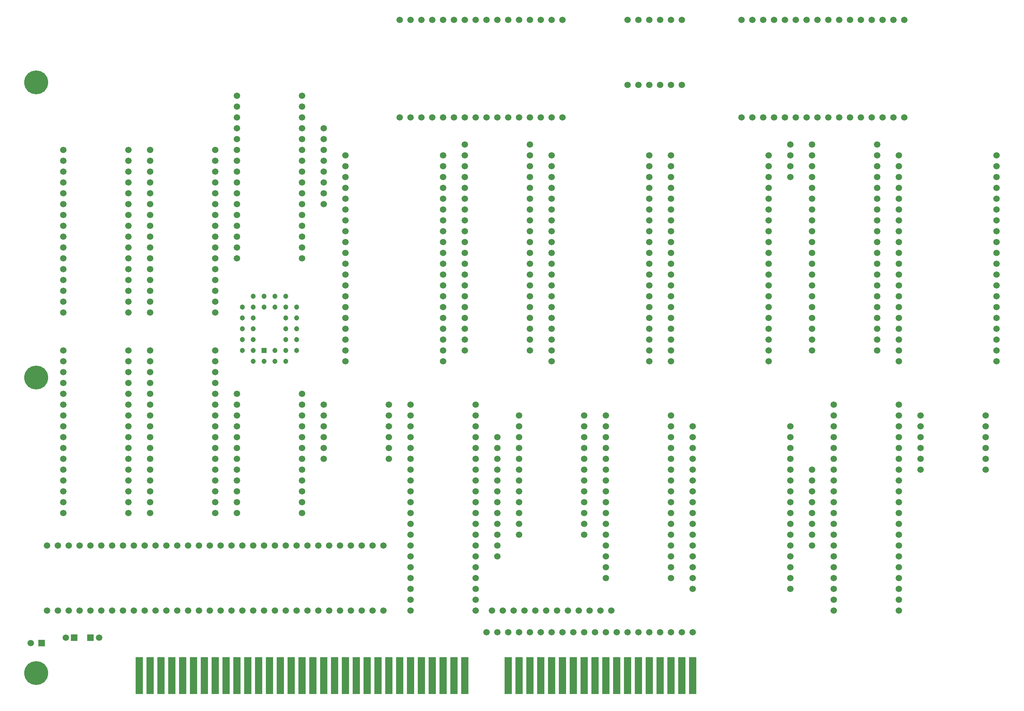
<source format=gbs>
%TF.GenerationSoftware,KiCad,Pcbnew,9.0.5*%
%TF.CreationDate,2025-10-12T15:12:11+02:00*%
%TF.ProjectId,Coprocessor Board - Main,436f7072-6f63-4657-9373-6f7220426f61,V0*%
%TF.SameCoordinates,Original*%
%TF.FileFunction,Soldermask,Bot*%
%TF.FilePolarity,Negative*%
%FSLAX46Y46*%
G04 Gerber Fmt 4.6, Leading zero omitted, Abs format (unit mm)*
G04 Created by KiCad (PCBNEW 9.0.5) date 2025-10-12 15:12:11*
%MOMM*%
%LPD*%
G01*
G04 APERTURE LIST*
%ADD10C,1.500000*%
%ADD11R,1.500000X1.500000*%
%ADD12C,5.600000*%
%ADD13C,1.200000*%
%ADD14R,1.200000X1.200000*%
%ADD15R,1.780000X8.620000*%
G04 APERTURE END LIST*
D10*
%TO.C,B16*%
X-21590000Y30480000D03*
X-19050000Y30480000D03*
X-16510000Y30480000D03*
X-13970000Y30480000D03*
X-11430000Y30480000D03*
X-8890000Y30480000D03*
X-6350000Y30480000D03*
X-3810000Y30480000D03*
X-1270000Y30480000D03*
X1270000Y30480000D03*
X3810000Y30480000D03*
X6350000Y30480000D03*
X8890000Y30480000D03*
X11430000Y30480000D03*
X13970000Y30480000D03*
X16510000Y30480000D03*
X19050000Y30480000D03*
X21590000Y30480000D03*
X24130000Y30480000D03*
X26670000Y30480000D03*
X29210000Y30480000D03*
X31750000Y30480000D03*
X34290000Y30480000D03*
X36830000Y30480000D03*
X39370000Y30480000D03*
X41910000Y30480000D03*
X44450000Y30480000D03*
X46990000Y30480000D03*
X49530000Y30480000D03*
X52070000Y30480000D03*
X54610000Y30480000D03*
X57150000Y30480000D03*
X57150000Y15240000D03*
X54610000Y15240000D03*
X52070000Y15240000D03*
X49530000Y15240000D03*
X46990000Y15240000D03*
X44450000Y15240000D03*
X41910000Y15240000D03*
X39370000Y15240000D03*
X36830000Y15240000D03*
X34290000Y15240000D03*
X31750000Y15240000D03*
X29210000Y15240000D03*
X26670000Y15240000D03*
X24130000Y15240000D03*
X21590000Y15240000D03*
X19050000Y15240000D03*
X16510000Y15240000D03*
X13970000Y15240000D03*
X11430000Y15240000D03*
X8890000Y15240000D03*
X6350000Y15240000D03*
X3810000Y15240000D03*
X1270000Y15240000D03*
X-1270000Y15240000D03*
X-3810000Y15240000D03*
X-6350000Y15240000D03*
X-8890000Y15240000D03*
X-11430000Y15240000D03*
X-13970000Y15240000D03*
X-16510000Y15240000D03*
X-19050000Y15240000D03*
X-21590000Y15240000D03*
%TD*%
%TO.C,B17*%
X60960000Y153670000D03*
X63500000Y153670000D03*
X66040000Y153670000D03*
X68580000Y153670000D03*
X71120000Y153670000D03*
X73660000Y153670000D03*
X76200000Y153670000D03*
X78740000Y153670000D03*
X81280000Y153670000D03*
X83820000Y153670000D03*
X86360000Y153670000D03*
X88900000Y153670000D03*
X91440000Y153670000D03*
X93980000Y153670000D03*
X96520000Y153670000D03*
X99060000Y153670000D03*
X99060000Y130810000D03*
X96520000Y130810000D03*
X93980000Y130810000D03*
X91440000Y130810000D03*
X88900000Y130810000D03*
X86360000Y130810000D03*
X83820000Y130810000D03*
X81280000Y130810000D03*
X78740000Y130810000D03*
X76200000Y130810000D03*
X73660000Y130810000D03*
X71120000Y130810000D03*
X68580000Y130810000D03*
X66040000Y130810000D03*
X63500000Y130810000D03*
X60960000Y130810000D03*
%TD*%
%TO.C,B4*%
X38100000Y66040000D03*
X38100000Y63500000D03*
X38100000Y60960000D03*
X38100000Y58420000D03*
X38100000Y55880000D03*
X38100000Y53340000D03*
X38100000Y50800000D03*
X38100000Y48260000D03*
X38100000Y45720000D03*
X38100000Y43180000D03*
X38100000Y40640000D03*
X38100000Y38100000D03*
X22860000Y38100000D03*
X22860000Y40640000D03*
X22860000Y43180000D03*
X22860000Y45720000D03*
X22860000Y48260000D03*
X22860000Y50800000D03*
X22860000Y53340000D03*
X22860000Y55880000D03*
X22860000Y58420000D03*
X22860000Y60960000D03*
X22860000Y63500000D03*
X22860000Y66040000D03*
%TD*%
%TO.C,B33*%
X38100000Y135890000D03*
X38100000Y133350000D03*
X38100000Y130810000D03*
X38100000Y128270000D03*
X38100000Y125730000D03*
X38100000Y123190000D03*
X38100000Y120650000D03*
X38100000Y118110000D03*
X38100000Y115570000D03*
X38100000Y113030000D03*
X38100000Y110490000D03*
X38100000Y107950000D03*
X38100000Y105410000D03*
X38100000Y102870000D03*
X38100000Y100330000D03*
X38100000Y97790000D03*
X22860000Y97790000D03*
X22860000Y100330000D03*
X22860000Y102870000D03*
X22860000Y105410000D03*
X22860000Y107950000D03*
X22860000Y110490000D03*
X22860000Y113030000D03*
X22860000Y115570000D03*
X22860000Y118110000D03*
X22860000Y120650000D03*
X22860000Y123190000D03*
X22860000Y125730000D03*
X22860000Y128270000D03*
X22860000Y130810000D03*
X22860000Y133350000D03*
X22860000Y135890000D03*
%TD*%
%TO.C,J3*%
X157480000Y30480000D03*
X157480000Y33020000D03*
X157480000Y35560000D03*
X157480000Y38100000D03*
X157480000Y40640000D03*
X157480000Y43180000D03*
X157480000Y45720000D03*
X157480000Y48260000D03*
%TD*%
%TO.C,C4*%
X-17189200Y8890000D03*
D11*
X-15189200Y8890000D03*
%TD*%
D12*
%TO.C,H10*%
X-24079200Y635000D03*
%TD*%
D10*
%TO.C,B2*%
X147320000Y121920000D03*
X147320000Y119380000D03*
X147320000Y116840000D03*
X147320000Y114300000D03*
X147320000Y111760000D03*
X147320000Y109220000D03*
X147320000Y106680000D03*
X147320000Y104140000D03*
X147320000Y101600000D03*
X147320000Y99060000D03*
X147320000Y96520000D03*
X147320000Y93980000D03*
X147320000Y91440000D03*
X147320000Y88900000D03*
X147320000Y86360000D03*
X147320000Y83820000D03*
X147320000Y81280000D03*
X147320000Y78740000D03*
X147320000Y76200000D03*
X147320000Y73660000D03*
X124460000Y73660000D03*
X124460000Y76200000D03*
X124460000Y78740000D03*
X124460000Y81280000D03*
X124460000Y83820000D03*
X124460000Y86360000D03*
X124460000Y88900000D03*
X124460000Y91440000D03*
X124460000Y93980000D03*
X124460000Y96520000D03*
X124460000Y99060000D03*
X124460000Y101600000D03*
X124460000Y104140000D03*
X124460000Y106680000D03*
X124460000Y109220000D03*
X124460000Y111760000D03*
X124460000Y114300000D03*
X124460000Y116840000D03*
X124460000Y119380000D03*
X124460000Y121920000D03*
%TD*%
%TO.C,LED1*%
X-25349200Y7620000D03*
D11*
X-22809200Y7620000D03*
%TD*%
D10*
%TO.C,B7*%
X198120000Y60960000D03*
X198120000Y58420000D03*
X198120000Y55880000D03*
X198120000Y53340000D03*
X198120000Y50800000D03*
X198120000Y48260000D03*
X182880000Y48260000D03*
X182880000Y50800000D03*
X182880000Y53340000D03*
X182880000Y55880000D03*
X182880000Y58420000D03*
X182880000Y60960000D03*
%TD*%
%TO.C,B19*%
X114300000Y153670000D03*
X116840000Y153670000D03*
X119380000Y153670000D03*
X121920000Y153670000D03*
X124460000Y153670000D03*
X127000000Y153670000D03*
X127000000Y138430000D03*
X124460000Y138430000D03*
X121920000Y138430000D03*
X119380000Y138430000D03*
X116840000Y138430000D03*
X114300000Y138430000D03*
%TD*%
%TO.C,B14*%
X78740000Y63500000D03*
X78740000Y60960000D03*
X78740000Y58420000D03*
X78740000Y55880000D03*
X78740000Y53340000D03*
X78740000Y50800000D03*
X78740000Y48260000D03*
X78740000Y45720000D03*
X78740000Y43180000D03*
X78740000Y40640000D03*
X78740000Y38100000D03*
X78740000Y35560000D03*
X78740000Y33020000D03*
X78740000Y30480000D03*
X78740000Y27940000D03*
X78740000Y25400000D03*
X78740000Y22860000D03*
X78740000Y20320000D03*
X78740000Y17780000D03*
X78740000Y15240000D03*
X63500000Y15240000D03*
X63500000Y17780000D03*
X63500000Y20320000D03*
X63500000Y22860000D03*
X63500000Y25400000D03*
X63500000Y27940000D03*
X63500000Y30480000D03*
X63500000Y33020000D03*
X63500000Y35560000D03*
X63500000Y38100000D03*
X63500000Y40640000D03*
X63500000Y43180000D03*
X63500000Y45720000D03*
X63500000Y48260000D03*
X63500000Y50800000D03*
X63500000Y53340000D03*
X63500000Y55880000D03*
X63500000Y58420000D03*
X63500000Y60960000D03*
X63500000Y63500000D03*
%TD*%
%TO.C,B9*%
X17780000Y76200000D03*
X17780000Y73660000D03*
X17780000Y71120000D03*
X17780000Y68580000D03*
X17780000Y66040000D03*
X17780000Y63500000D03*
X17780000Y60960000D03*
X17780000Y58420000D03*
X17780000Y55880000D03*
X17780000Y53340000D03*
X17780000Y50800000D03*
X17780000Y48260000D03*
X17780000Y45720000D03*
X17780000Y43180000D03*
X17780000Y40640000D03*
X17780000Y38100000D03*
X2540000Y38100000D03*
X2540000Y40640000D03*
X2540000Y43180000D03*
X2540000Y45720000D03*
X2540000Y48260000D03*
X2540000Y50800000D03*
X2540000Y53340000D03*
X2540000Y55880000D03*
X2540000Y58420000D03*
X2540000Y60960000D03*
X2540000Y63500000D03*
X2540000Y66040000D03*
X2540000Y68580000D03*
X2540000Y71120000D03*
X2540000Y73660000D03*
X2540000Y76200000D03*
%TD*%
%TO.C,B8*%
X177800000Y63500000D03*
X177800000Y60960000D03*
X177800000Y58420000D03*
X177800000Y55880000D03*
X177800000Y53340000D03*
X177800000Y50800000D03*
X177800000Y48260000D03*
X177800000Y45720000D03*
X177800000Y43180000D03*
X177800000Y40640000D03*
X177800000Y38100000D03*
X177800000Y35560000D03*
X177800000Y33020000D03*
X177800000Y30480000D03*
X177800000Y27940000D03*
X177800000Y25400000D03*
X177800000Y22860000D03*
X177800000Y20320000D03*
X177800000Y17780000D03*
X177800000Y15240000D03*
X162560000Y15240000D03*
X162560000Y17780000D03*
X162560000Y20320000D03*
X162560000Y22860000D03*
X162560000Y25400000D03*
X162560000Y27940000D03*
X162560000Y30480000D03*
X162560000Y33020000D03*
X162560000Y35560000D03*
X162560000Y38100000D03*
X162560000Y40640000D03*
X162560000Y43180000D03*
X162560000Y45720000D03*
X162560000Y48260000D03*
X162560000Y50800000D03*
X162560000Y53340000D03*
X162560000Y55880000D03*
X162560000Y58420000D03*
X162560000Y60960000D03*
X162560000Y63500000D03*
%TD*%
%TO.C,C3*%
X-9379200Y8890000D03*
D11*
X-11379200Y8890000D03*
%TD*%
D10*
%TO.C,B10*%
X17780000Y123190000D03*
X17780000Y120650000D03*
X17780000Y118110000D03*
X17780000Y115570000D03*
X17780000Y113030000D03*
X17780000Y110490000D03*
X17780000Y107950000D03*
X17780000Y105410000D03*
X17780000Y102870000D03*
X17780000Y100330000D03*
X17780000Y97790000D03*
X17780000Y95250000D03*
X17780000Y92710000D03*
X17780000Y90170000D03*
X17780000Y87630000D03*
X17780000Y85090000D03*
X2540000Y85090000D03*
X2540000Y87630000D03*
X2540000Y90170000D03*
X2540000Y92710000D03*
X2540000Y95250000D03*
X2540000Y97790000D03*
X2540000Y100330000D03*
X2540000Y102870000D03*
X2540000Y105410000D03*
X2540000Y107950000D03*
X2540000Y110490000D03*
X2540000Y113030000D03*
X2540000Y115570000D03*
X2540000Y118110000D03*
X2540000Y120650000D03*
X2540000Y123190000D03*
%TD*%
%TO.C,B3*%
X140970000Y153670000D03*
X143510000Y153670000D03*
X146050000Y153670000D03*
X148590000Y153670000D03*
X151130000Y153670000D03*
X153670000Y153670000D03*
X156210000Y153670000D03*
X158750000Y153670000D03*
X161290000Y153670000D03*
X163830000Y153670000D03*
X166370000Y153670000D03*
X168910000Y153670000D03*
X171450000Y153670000D03*
X173990000Y153670000D03*
X176530000Y153670000D03*
X179070000Y153670000D03*
X179070000Y130810000D03*
X176530000Y130810000D03*
X173990000Y130810000D03*
X171450000Y130810000D03*
X168910000Y130810000D03*
X166370000Y130810000D03*
X163830000Y130810000D03*
X161290000Y130810000D03*
X158750000Y130810000D03*
X156210000Y130810000D03*
X153670000Y130810000D03*
X151130000Y130810000D03*
X148590000Y130810000D03*
X146050000Y130810000D03*
X143510000Y130810000D03*
X140970000Y130810000D03*
%TD*%
%TO.C,J7*%
X152400000Y116840000D03*
X152400000Y119380000D03*
X152400000Y121920000D03*
X152400000Y124460000D03*
%TD*%
%TO.C,J5*%
X83820000Y27940000D03*
X83820000Y30480000D03*
X83820000Y33020000D03*
X83820000Y35560000D03*
X83820000Y38100000D03*
X83820000Y40640000D03*
X83820000Y43180000D03*
X83820000Y45720000D03*
X83820000Y48260000D03*
X83820000Y50800000D03*
X83820000Y53340000D03*
X83820000Y55880000D03*
%TD*%
%TO.C,J2*%
X43180000Y110490000D03*
X43180000Y113030000D03*
X43180000Y115570000D03*
X43180000Y118110000D03*
X43180000Y120650000D03*
X43180000Y123190000D03*
X43180000Y125730000D03*
X43180000Y128270000D03*
%TD*%
%TO.C,B6*%
X71120000Y121920000D03*
X71120000Y119380000D03*
X71120000Y116840000D03*
X71120000Y114300000D03*
X71120000Y111760000D03*
X71120000Y109220000D03*
X71120000Y106680000D03*
X71120000Y104140000D03*
X71120000Y101600000D03*
X71120000Y99060000D03*
X71120000Y96520000D03*
X71120000Y93980000D03*
X71120000Y91440000D03*
X71120000Y88900000D03*
X71120000Y86360000D03*
X71120000Y83820000D03*
X71120000Y81280000D03*
X71120000Y78740000D03*
X71120000Y76200000D03*
X71120000Y73660000D03*
X48260000Y73660000D03*
X48260000Y76200000D03*
X48260000Y78740000D03*
X48260000Y81280000D03*
X48260000Y83820000D03*
X48260000Y86360000D03*
X48260000Y88900000D03*
X48260000Y91440000D03*
X48260000Y93980000D03*
X48260000Y96520000D03*
X48260000Y99060000D03*
X48260000Y101600000D03*
X48260000Y104140000D03*
X48260000Y106680000D03*
X48260000Y109220000D03*
X48260000Y111760000D03*
X48260000Y114300000D03*
X48260000Y116840000D03*
X48260000Y119380000D03*
X48260000Y121920000D03*
%TD*%
%TO.C,B31*%
X152400000Y58420000D03*
X152400000Y55880000D03*
X152400000Y53340000D03*
X152400000Y50800000D03*
X152400000Y48260000D03*
X152400000Y45720000D03*
X152400000Y43180000D03*
X152400000Y40640000D03*
X152400000Y38100000D03*
X152400000Y35560000D03*
X152400000Y33020000D03*
X152400000Y30480000D03*
X152400000Y27940000D03*
X152400000Y25400000D03*
X152400000Y22860000D03*
X152400000Y20320000D03*
X129540000Y20320000D03*
X129540000Y22860000D03*
X129540000Y25400000D03*
X129540000Y27940000D03*
X129540000Y30480000D03*
X129540000Y33020000D03*
X129540000Y35560000D03*
X129540000Y38100000D03*
X129540000Y40640000D03*
X129540000Y43180000D03*
X129540000Y45720000D03*
X129540000Y48260000D03*
X129540000Y50800000D03*
X129540000Y53340000D03*
X129540000Y55880000D03*
X129540000Y58420000D03*
%TD*%
%TO.C,J6*%
X82550000Y15240000D03*
X85090000Y15240000D03*
X87630000Y15240000D03*
X90170000Y15240000D03*
X92710000Y15240000D03*
X95250000Y15240000D03*
X97790000Y15240000D03*
X100330000Y15240000D03*
X102870000Y15240000D03*
X105410000Y15240000D03*
X107950000Y15240000D03*
X110490000Y15240000D03*
%TD*%
%TO.C,B37*%
X124460000Y60960000D03*
X124460000Y58420000D03*
X124460000Y55880000D03*
X124460000Y53340000D03*
X124460000Y50800000D03*
X124460000Y48260000D03*
X124460000Y45720000D03*
X124460000Y43180000D03*
X124460000Y40640000D03*
X124460000Y38100000D03*
X124460000Y35560000D03*
X124460000Y33020000D03*
X124460000Y30480000D03*
X124460000Y27940000D03*
X124460000Y25400000D03*
X124460000Y22860000D03*
X109220000Y22860000D03*
X109220000Y25400000D03*
X109220000Y27940000D03*
X109220000Y30480000D03*
X109220000Y33020000D03*
X109220000Y35560000D03*
X109220000Y38100000D03*
X109220000Y40640000D03*
X109220000Y43180000D03*
X109220000Y45720000D03*
X109220000Y48260000D03*
X109220000Y50800000D03*
X109220000Y53340000D03*
X109220000Y55880000D03*
X109220000Y58420000D03*
X109220000Y60960000D03*
%TD*%
D12*
%TO.C,H7*%
X-24079200Y69850000D03*
%TD*%
D13*
%TO.C,IC1*%
X29210000Y73660000D03*
X26670000Y76200000D03*
X26670000Y73660000D03*
X24130000Y76200000D03*
X26670000Y78740000D03*
X24130000Y78740000D03*
X26670000Y81280000D03*
X24130000Y81280000D03*
X26670000Y83820000D03*
X24130000Y83820000D03*
X26670000Y86360000D03*
X24130000Y86360000D03*
X26670000Y88900000D03*
X29210000Y86360000D03*
X29210000Y88900000D03*
X31750000Y86360000D03*
X31750000Y88900000D03*
X34290000Y86360000D03*
X34290000Y88900000D03*
X36830000Y86360000D03*
X34290000Y83820000D03*
X36830000Y83820000D03*
X34290000Y81280000D03*
X36830000Y81280000D03*
X34290000Y78740000D03*
X36830000Y78740000D03*
X34290000Y76200000D03*
X36830000Y76200000D03*
X34290000Y73660000D03*
X31750000Y76200000D03*
X31750000Y73660000D03*
D14*
X29210000Y76200000D03*
%TD*%
D10*
%TO.C,B12*%
X-2540000Y76200000D03*
X-2540000Y73660000D03*
X-2540000Y71120000D03*
X-2540000Y68580000D03*
X-2540000Y66040000D03*
X-2540000Y63500000D03*
X-2540000Y60960000D03*
X-2540000Y58420000D03*
X-2540000Y55880000D03*
X-2540000Y53340000D03*
X-2540000Y50800000D03*
X-2540000Y48260000D03*
X-2540000Y45720000D03*
X-2540000Y43180000D03*
X-2540000Y40640000D03*
X-2540000Y38100000D03*
X-17780000Y38100000D03*
X-17780000Y40640000D03*
X-17780000Y43180000D03*
X-17780000Y45720000D03*
X-17780000Y48260000D03*
X-17780000Y50800000D03*
X-17780000Y53340000D03*
X-17780000Y55880000D03*
X-17780000Y58420000D03*
X-17780000Y60960000D03*
X-17780000Y63500000D03*
X-17780000Y66040000D03*
X-17780000Y68580000D03*
X-17780000Y71120000D03*
X-17780000Y73660000D03*
X-17780000Y76200000D03*
%TD*%
%TO.C,B32*%
X58420000Y63500000D03*
X58420000Y60960000D03*
X58420000Y58420000D03*
X58420000Y55880000D03*
X58420000Y53340000D03*
X58420000Y50800000D03*
X43180000Y50800000D03*
X43180000Y53340000D03*
X43180000Y55880000D03*
X43180000Y58420000D03*
X43180000Y60960000D03*
X43180000Y63500000D03*
%TD*%
D15*
%TO.C,J1*%
X129540000Y0D03*
X127000000Y0D03*
X124460000Y0D03*
X121920000Y0D03*
X119380000Y0D03*
X116840000Y0D03*
X114300000Y0D03*
X111760000Y0D03*
X109220000Y0D03*
X106680000Y0D03*
X104140000Y0D03*
X101600000Y0D03*
X99060000Y0D03*
X96520000Y0D03*
X93980000Y0D03*
X91440000Y0D03*
X88900000Y0D03*
X86360000Y0D03*
X76200000Y0D03*
X73660000Y0D03*
X71120000Y0D03*
X68580000Y0D03*
X66040000Y0D03*
X63500000Y0D03*
X60960000Y0D03*
X58420000Y0D03*
X55880000Y0D03*
X53340000Y0D03*
X50800000Y0D03*
X48260000Y0D03*
X45720000Y0D03*
X43180000Y0D03*
X40640000Y0D03*
X38100000Y0D03*
X35560000Y0D03*
X33020000Y0D03*
X30480000Y0D03*
X27940000Y0D03*
X25400000Y0D03*
X22860000Y0D03*
X20320000Y0D03*
X17780000Y0D03*
X15240000Y0D03*
X12700000Y0D03*
X10160000Y0D03*
X7620000Y0D03*
X5080000Y0D03*
X2540000Y0D03*
X0Y0D03*
%TD*%
D10*
%TO.C,B11*%
X-2540000Y123190000D03*
X-2540000Y120650000D03*
X-2540000Y118110000D03*
X-2540000Y115570000D03*
X-2540000Y113030000D03*
X-2540000Y110490000D03*
X-2540000Y107950000D03*
X-2540000Y105410000D03*
X-2540000Y102870000D03*
X-2540000Y100330000D03*
X-2540000Y97790000D03*
X-2540000Y95250000D03*
X-2540000Y92710000D03*
X-2540000Y90170000D03*
X-2540000Y87630000D03*
X-2540000Y85090000D03*
X-17780000Y85090000D03*
X-17780000Y87630000D03*
X-17780000Y90170000D03*
X-17780000Y92710000D03*
X-17780000Y95250000D03*
X-17780000Y97790000D03*
X-17780000Y100330000D03*
X-17780000Y102870000D03*
X-17780000Y105410000D03*
X-17780000Y107950000D03*
X-17780000Y110490000D03*
X-17780000Y113030000D03*
X-17780000Y115570000D03*
X-17780000Y118110000D03*
X-17780000Y120650000D03*
X-17780000Y123190000D03*
%TD*%
%TO.C,J4*%
X81280000Y10160000D03*
X83820000Y10160000D03*
X86360000Y10160000D03*
X88900000Y10160000D03*
X91440000Y10160000D03*
X93980000Y10160000D03*
X96520000Y10160000D03*
X99060000Y10160000D03*
X101600000Y10160000D03*
X104140000Y10160000D03*
X106680000Y10160000D03*
X109220000Y10160000D03*
X111760000Y10160000D03*
X114300000Y10160000D03*
X116840000Y10160000D03*
X119380000Y10160000D03*
X121920000Y10160000D03*
X124460000Y10160000D03*
X127000000Y10160000D03*
X129540000Y10160000D03*
%TD*%
D12*
%TO.C,H1*%
X-24079200Y139065000D03*
%TD*%
D10*
%TO.C,B34*%
X104140000Y60960000D03*
X104140000Y58420000D03*
X104140000Y55880000D03*
X104140000Y53340000D03*
X104140000Y50800000D03*
X104140000Y48260000D03*
X104140000Y45720000D03*
X104140000Y43180000D03*
X104140000Y40640000D03*
X104140000Y38100000D03*
X104140000Y35560000D03*
X104140000Y33020000D03*
X88900000Y33020000D03*
X88900000Y35560000D03*
X88900000Y38100000D03*
X88900000Y40640000D03*
X88900000Y43180000D03*
X88900000Y45720000D03*
X88900000Y48260000D03*
X88900000Y50800000D03*
X88900000Y53340000D03*
X88900000Y55880000D03*
X88900000Y58420000D03*
X88900000Y60960000D03*
%TD*%
%TO.C,B5*%
X172720000Y124460000D03*
X172720000Y121920000D03*
X172720000Y119380000D03*
X172720000Y116840000D03*
X172720000Y114300000D03*
X172720000Y111760000D03*
X172720000Y109220000D03*
X172720000Y106680000D03*
X172720000Y104140000D03*
X172720000Y101600000D03*
X172720000Y99060000D03*
X172720000Y96520000D03*
X172720000Y93980000D03*
X172720000Y91440000D03*
X172720000Y88900000D03*
X172720000Y86360000D03*
X172720000Y83820000D03*
X172720000Y81280000D03*
X172720000Y78740000D03*
X172720000Y76200000D03*
X157480000Y76200000D03*
X157480000Y78740000D03*
X157480000Y81280000D03*
X157480000Y83820000D03*
X157480000Y86360000D03*
X157480000Y88900000D03*
X157480000Y91440000D03*
X157480000Y93980000D03*
X157480000Y96520000D03*
X157480000Y99060000D03*
X157480000Y101600000D03*
X157480000Y104140000D03*
X157480000Y106680000D03*
X157480000Y109220000D03*
X157480000Y111760000D03*
X157480000Y114300000D03*
X157480000Y116840000D03*
X157480000Y119380000D03*
X157480000Y121920000D03*
X157480000Y124460000D03*
%TD*%
%TO.C,B15*%
X119380000Y121920000D03*
X119380000Y119380000D03*
X119380000Y116840000D03*
X119380000Y114300000D03*
X119380000Y111760000D03*
X119380000Y109220000D03*
X119380000Y106680000D03*
X119380000Y104140000D03*
X119380000Y101600000D03*
X119380000Y99060000D03*
X119380000Y96520000D03*
X119380000Y93980000D03*
X119380000Y91440000D03*
X119380000Y88900000D03*
X119380000Y86360000D03*
X119380000Y83820000D03*
X119380000Y81280000D03*
X119380000Y78740000D03*
X119380000Y76200000D03*
X119380000Y73660000D03*
X96520000Y73660000D03*
X96520000Y76200000D03*
X96520000Y78740000D03*
X96520000Y81280000D03*
X96520000Y83820000D03*
X96520000Y86360000D03*
X96520000Y88900000D03*
X96520000Y91440000D03*
X96520000Y93980000D03*
X96520000Y96520000D03*
X96520000Y99060000D03*
X96520000Y101600000D03*
X96520000Y104140000D03*
X96520000Y106680000D03*
X96520000Y109220000D03*
X96520000Y111760000D03*
X96520000Y114300000D03*
X96520000Y116840000D03*
X96520000Y119380000D03*
X96520000Y121920000D03*
%TD*%
%TO.C,B13*%
X91440000Y124460000D03*
X91440000Y121920000D03*
X91440000Y119380000D03*
X91440000Y116840000D03*
X91440000Y114300000D03*
X91440000Y111760000D03*
X91440000Y109220000D03*
X91440000Y106680000D03*
X91440000Y104140000D03*
X91440000Y101600000D03*
X91440000Y99060000D03*
X91440000Y96520000D03*
X91440000Y93980000D03*
X91440000Y91440000D03*
X91440000Y88900000D03*
X91440000Y86360000D03*
X91440000Y83820000D03*
X91440000Y81280000D03*
X91440000Y78740000D03*
X91440000Y76200000D03*
X76200000Y76200000D03*
X76200000Y78740000D03*
X76200000Y81280000D03*
X76200000Y83820000D03*
X76200000Y86360000D03*
X76200000Y88900000D03*
X76200000Y91440000D03*
X76200000Y93980000D03*
X76200000Y96520000D03*
X76200000Y99060000D03*
X76200000Y101600000D03*
X76200000Y104140000D03*
X76200000Y106680000D03*
X76200000Y109220000D03*
X76200000Y111760000D03*
X76200000Y114300000D03*
X76200000Y116840000D03*
X76200000Y119380000D03*
X76200000Y121920000D03*
X76200000Y124460000D03*
%TD*%
%TO.C,B1*%
X200660000Y121920000D03*
X200660000Y119380000D03*
X200660000Y116840000D03*
X200660000Y114300000D03*
X200660000Y111760000D03*
X200660000Y109220000D03*
X200660000Y106680000D03*
X200660000Y104140000D03*
X200660000Y101600000D03*
X200660000Y99060000D03*
X200660000Y96520000D03*
X200660000Y93980000D03*
X200660000Y91440000D03*
X200660000Y88900000D03*
X200660000Y86360000D03*
X200660000Y83820000D03*
X200660000Y81280000D03*
X200660000Y78740000D03*
X200660000Y76200000D03*
X200660000Y73660000D03*
X177800000Y73660000D03*
X177800000Y76200000D03*
X177800000Y78740000D03*
X177800000Y81280000D03*
X177800000Y83820000D03*
X177800000Y86360000D03*
X177800000Y88900000D03*
X177800000Y91440000D03*
X177800000Y93980000D03*
X177800000Y96520000D03*
X177800000Y99060000D03*
X177800000Y101600000D03*
X177800000Y104140000D03*
X177800000Y106680000D03*
X177800000Y109220000D03*
X177800000Y111760000D03*
X177800000Y114300000D03*
X177800000Y116840000D03*
X177800000Y119380000D03*
X177800000Y121920000D03*
%TD*%
M02*

</source>
